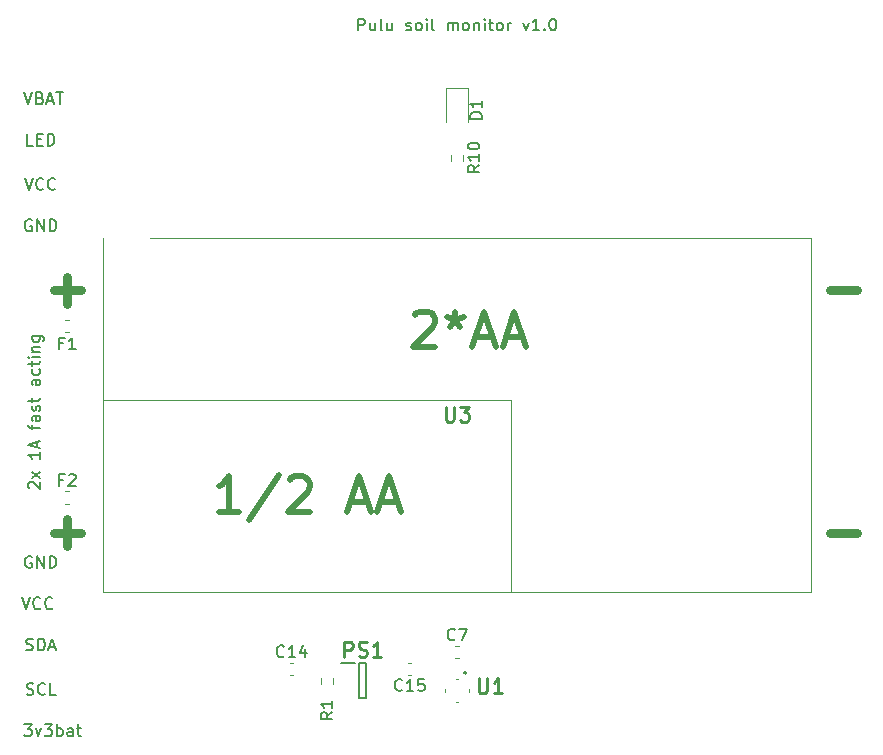
<source format=gbr>
%TF.GenerationSoftware,KiCad,Pcbnew,5.99.0-unknown-36d11f745e~142~ubuntu20.04.1*%
%TF.CreationDate,2021-10-28T09:48:46+02:00*%
%TF.ProjectId,Main_PCB_1,4d61696e-5f50-4434-925f-312e6b696361,rev?*%
%TF.SameCoordinates,Original*%
%TF.FileFunction,Legend,Top*%
%TF.FilePolarity,Positive*%
%FSLAX46Y46*%
G04 Gerber Fmt 4.6, Leading zero omitted, Abs format (unit mm)*
G04 Created by KiCad (PCBNEW 5.99.0-unknown-36d11f745e~142~ubuntu20.04.1) date 2021-10-28 09:48:46*
%MOMM*%
%LPD*%
G01*
G04 APERTURE LIST*
%ADD10C,0.750000*%
%ADD11C,0.150000*%
%ADD12C,0.254000*%
%ADD13C,0.500000*%
%ADD14C,0.120000*%
%ADD15C,0.100000*%
%ADD16C,0.200000*%
G04 APERTURE END LIST*
D10*
X239107142Y-87464285D02*
X241392857Y-87464285D01*
D11*
X171488095Y-110000000D02*
X171392857Y-109952380D01*
X171250000Y-109952380D01*
X171107142Y-110000000D01*
X171011904Y-110095238D01*
X170964285Y-110190476D01*
X170916666Y-110380952D01*
X170916666Y-110523809D01*
X170964285Y-110714285D01*
X171011904Y-110809523D01*
X171107142Y-110904761D01*
X171250000Y-110952380D01*
X171345238Y-110952380D01*
X171488095Y-110904761D01*
X171535714Y-110857142D01*
X171535714Y-110523809D01*
X171345238Y-110523809D01*
X171964285Y-110952380D02*
X171964285Y-109952380D01*
X172535714Y-110952380D01*
X172535714Y-109952380D01*
X173011904Y-110952380D02*
X173011904Y-109952380D01*
X173250000Y-109952380D01*
X173392857Y-110000000D01*
X173488095Y-110095238D01*
X173535714Y-110190476D01*
X173583333Y-110380952D01*
X173583333Y-110523809D01*
X173535714Y-110714285D01*
X173488095Y-110809523D01*
X173392857Y-110904761D01*
X173250000Y-110952380D01*
X173011904Y-110952380D01*
X199142857Y-65452380D02*
X199142857Y-64452380D01*
X199523809Y-64452380D01*
X199619047Y-64500000D01*
X199666666Y-64547619D01*
X199714285Y-64642857D01*
X199714285Y-64785714D01*
X199666666Y-64880952D01*
X199619047Y-64928571D01*
X199523809Y-64976190D01*
X199142857Y-64976190D01*
X200571428Y-64785714D02*
X200571428Y-65452380D01*
X200142857Y-64785714D02*
X200142857Y-65309523D01*
X200190476Y-65404761D01*
X200285714Y-65452380D01*
X200428571Y-65452380D01*
X200523809Y-65404761D01*
X200571428Y-65357142D01*
X201190476Y-65452380D02*
X201095238Y-65404761D01*
X201047619Y-65309523D01*
X201047619Y-64452380D01*
X202000000Y-64785714D02*
X202000000Y-65452380D01*
X201571428Y-64785714D02*
X201571428Y-65309523D01*
X201619047Y-65404761D01*
X201714285Y-65452380D01*
X201857142Y-65452380D01*
X201952380Y-65404761D01*
X202000000Y-65357142D01*
X203190476Y-65404761D02*
X203285714Y-65452380D01*
X203476190Y-65452380D01*
X203571428Y-65404761D01*
X203619047Y-65309523D01*
X203619047Y-65261904D01*
X203571428Y-65166666D01*
X203476190Y-65119047D01*
X203333333Y-65119047D01*
X203238095Y-65071428D01*
X203190476Y-64976190D01*
X203190476Y-64928571D01*
X203238095Y-64833333D01*
X203333333Y-64785714D01*
X203476190Y-64785714D01*
X203571428Y-64833333D01*
X204190476Y-65452380D02*
X204095238Y-65404761D01*
X204047619Y-65357142D01*
X204000000Y-65261904D01*
X204000000Y-64976190D01*
X204047619Y-64880952D01*
X204095238Y-64833333D01*
X204190476Y-64785714D01*
X204333333Y-64785714D01*
X204428571Y-64833333D01*
X204476190Y-64880952D01*
X204523809Y-64976190D01*
X204523809Y-65261904D01*
X204476190Y-65357142D01*
X204428571Y-65404761D01*
X204333333Y-65452380D01*
X204190476Y-65452380D01*
X204952380Y-65452380D02*
X204952380Y-64785714D01*
X204952380Y-64452380D02*
X204904761Y-64500000D01*
X204952380Y-64547619D01*
X205000000Y-64500000D01*
X204952380Y-64452380D01*
X204952380Y-64547619D01*
X205571428Y-65452380D02*
X205476190Y-65404761D01*
X205428571Y-65309523D01*
X205428571Y-64452380D01*
X206714285Y-65452380D02*
X206714285Y-64785714D01*
X206714285Y-64880952D02*
X206761904Y-64833333D01*
X206857142Y-64785714D01*
X207000000Y-64785714D01*
X207095238Y-64833333D01*
X207142857Y-64928571D01*
X207142857Y-65452380D01*
X207142857Y-64928571D02*
X207190476Y-64833333D01*
X207285714Y-64785714D01*
X207428571Y-64785714D01*
X207523809Y-64833333D01*
X207571428Y-64928571D01*
X207571428Y-65452380D01*
X208190476Y-65452380D02*
X208095238Y-65404761D01*
X208047619Y-65357142D01*
X208000000Y-65261904D01*
X208000000Y-64976190D01*
X208047619Y-64880952D01*
X208095238Y-64833333D01*
X208190476Y-64785714D01*
X208333333Y-64785714D01*
X208428571Y-64833333D01*
X208476190Y-64880952D01*
X208523809Y-64976190D01*
X208523809Y-65261904D01*
X208476190Y-65357142D01*
X208428571Y-65404761D01*
X208333333Y-65452380D01*
X208190476Y-65452380D01*
X208952380Y-64785714D02*
X208952380Y-65452380D01*
X208952380Y-64880952D02*
X209000000Y-64833333D01*
X209095238Y-64785714D01*
X209238095Y-64785714D01*
X209333333Y-64833333D01*
X209380952Y-64928571D01*
X209380952Y-65452380D01*
X209857142Y-65452380D02*
X209857142Y-64785714D01*
X209857142Y-64452380D02*
X209809523Y-64500000D01*
X209857142Y-64547619D01*
X209904761Y-64500000D01*
X209857142Y-64452380D01*
X209857142Y-64547619D01*
X210190476Y-64785714D02*
X210571428Y-64785714D01*
X210333333Y-64452380D02*
X210333333Y-65309523D01*
X210380952Y-65404761D01*
X210476190Y-65452380D01*
X210571428Y-65452380D01*
X211047619Y-65452380D02*
X210952380Y-65404761D01*
X210904761Y-65357142D01*
X210857142Y-65261904D01*
X210857142Y-64976190D01*
X210904761Y-64880952D01*
X210952380Y-64833333D01*
X211047619Y-64785714D01*
X211190476Y-64785714D01*
X211285714Y-64833333D01*
X211333333Y-64880952D01*
X211380952Y-64976190D01*
X211380952Y-65261904D01*
X211333333Y-65357142D01*
X211285714Y-65404761D01*
X211190476Y-65452380D01*
X211047619Y-65452380D01*
X211809523Y-65452380D02*
X211809523Y-64785714D01*
X211809523Y-64976190D02*
X211857142Y-64880952D01*
X211904761Y-64833333D01*
X212000000Y-64785714D01*
X212095238Y-64785714D01*
X213095238Y-64785714D02*
X213333333Y-65452380D01*
X213571428Y-64785714D01*
X214476190Y-65452380D02*
X213904761Y-65452380D01*
X214190476Y-65452380D02*
X214190476Y-64452380D01*
X214095238Y-64595238D01*
X214000000Y-64690476D01*
X213904761Y-64738095D01*
X214904761Y-65357142D02*
X214952380Y-65404761D01*
X214904761Y-65452380D01*
X214857142Y-65404761D01*
X214904761Y-65357142D01*
X214904761Y-65452380D01*
X215571428Y-64452380D02*
X215666666Y-64452380D01*
X215761904Y-64500000D01*
X215809523Y-64547619D01*
X215857142Y-64642857D01*
X215904761Y-64833333D01*
X215904761Y-65071428D01*
X215857142Y-65261904D01*
X215809523Y-65357142D01*
X215761904Y-65404761D01*
X215666666Y-65452380D01*
X215571428Y-65452380D01*
X215476190Y-65404761D01*
X215428571Y-65357142D01*
X215380952Y-65261904D01*
X215333333Y-65071428D01*
X215333333Y-64833333D01*
X215380952Y-64642857D01*
X215428571Y-64547619D01*
X215476190Y-64500000D01*
X215571428Y-64452380D01*
X170857142Y-70702380D02*
X171190476Y-71702380D01*
X171523809Y-70702380D01*
X172190476Y-71178571D02*
X172333333Y-71226190D01*
X172380952Y-71273809D01*
X172428571Y-71369047D01*
X172428571Y-71511904D01*
X172380952Y-71607142D01*
X172333333Y-71654761D01*
X172238095Y-71702380D01*
X171857142Y-71702380D01*
X171857142Y-70702380D01*
X172190476Y-70702380D01*
X172285714Y-70750000D01*
X172333333Y-70797619D01*
X172380952Y-70892857D01*
X172380952Y-70988095D01*
X172333333Y-71083333D01*
X172285714Y-71130952D01*
X172190476Y-71178571D01*
X171857142Y-71178571D01*
X172809523Y-71416666D02*
X173285714Y-71416666D01*
X172714285Y-71702380D02*
X173047619Y-70702380D01*
X173380952Y-71702380D01*
X173571428Y-70702380D02*
X174142857Y-70702380D01*
X173857142Y-71702380D02*
X173857142Y-70702380D01*
X170869047Y-124202380D02*
X171488095Y-124202380D01*
X171154761Y-124583333D01*
X171297619Y-124583333D01*
X171392857Y-124630952D01*
X171440476Y-124678571D01*
X171488095Y-124773809D01*
X171488095Y-125011904D01*
X171440476Y-125107142D01*
X171392857Y-125154761D01*
X171297619Y-125202380D01*
X171011904Y-125202380D01*
X170916666Y-125154761D01*
X170869047Y-125107142D01*
X171821428Y-124535714D02*
X172059523Y-125202380D01*
X172297619Y-124535714D01*
X172583333Y-124202380D02*
X173202380Y-124202380D01*
X172869047Y-124583333D01*
X173011904Y-124583333D01*
X173107142Y-124630952D01*
X173154761Y-124678571D01*
X173202380Y-124773809D01*
X173202380Y-125011904D01*
X173154761Y-125107142D01*
X173107142Y-125154761D01*
X173011904Y-125202380D01*
X172726190Y-125202380D01*
X172630952Y-125154761D01*
X172583333Y-125107142D01*
X173630952Y-125202380D02*
X173630952Y-124202380D01*
X173630952Y-124583333D02*
X173726190Y-124535714D01*
X173916666Y-124535714D01*
X174011904Y-124583333D01*
X174059523Y-124630952D01*
X174107142Y-124726190D01*
X174107142Y-125011904D01*
X174059523Y-125107142D01*
X174011904Y-125154761D01*
X173916666Y-125202380D01*
X173726190Y-125202380D01*
X173630952Y-125154761D01*
X174964285Y-125202380D02*
X174964285Y-124678571D01*
X174916666Y-124583333D01*
X174821428Y-124535714D01*
X174630952Y-124535714D01*
X174535714Y-124583333D01*
X174964285Y-125154761D02*
X174869047Y-125202380D01*
X174630952Y-125202380D01*
X174535714Y-125154761D01*
X174488095Y-125059523D01*
X174488095Y-124964285D01*
X174535714Y-124869047D01*
X174630952Y-124821428D01*
X174869047Y-124821428D01*
X174964285Y-124773809D01*
X175297619Y-124535714D02*
X175678571Y-124535714D01*
X175440476Y-124202380D02*
X175440476Y-125059523D01*
X175488095Y-125154761D01*
X175583333Y-125202380D01*
X175678571Y-125202380D01*
D10*
X173357142Y-87464285D02*
X175642857Y-87464285D01*
X174500000Y-88607142D02*
X174500000Y-86321428D01*
X239107142Y-107964285D02*
X241392857Y-107964285D01*
D11*
X171035714Y-117904761D02*
X171178571Y-117952380D01*
X171416666Y-117952380D01*
X171511904Y-117904761D01*
X171559523Y-117857142D01*
X171607142Y-117761904D01*
X171607142Y-117666666D01*
X171559523Y-117571428D01*
X171511904Y-117523809D01*
X171416666Y-117476190D01*
X171226190Y-117428571D01*
X171130952Y-117380952D01*
X171083333Y-117333333D01*
X171035714Y-117238095D01*
X171035714Y-117142857D01*
X171083333Y-117047619D01*
X171130952Y-117000000D01*
X171226190Y-116952380D01*
X171464285Y-116952380D01*
X171607142Y-117000000D01*
X172035714Y-117952380D02*
X172035714Y-116952380D01*
X172273809Y-116952380D01*
X172416666Y-117000000D01*
X172511904Y-117095238D01*
X172559523Y-117190476D01*
X172607142Y-117380952D01*
X172607142Y-117523809D01*
X172559523Y-117714285D01*
X172511904Y-117809523D01*
X172416666Y-117904761D01*
X172273809Y-117952380D01*
X172035714Y-117952380D01*
X172988095Y-117666666D02*
X173464285Y-117666666D01*
X172892857Y-117952380D02*
X173226190Y-116952380D01*
X173559523Y-117952380D01*
X170916666Y-77952380D02*
X171250000Y-78952380D01*
X171583333Y-77952380D01*
X172488095Y-78857142D02*
X172440476Y-78904761D01*
X172297619Y-78952380D01*
X172202380Y-78952380D01*
X172059523Y-78904761D01*
X171964285Y-78809523D01*
X171916666Y-78714285D01*
X171869047Y-78523809D01*
X171869047Y-78380952D01*
X171916666Y-78190476D01*
X171964285Y-78095238D01*
X172059523Y-78000000D01*
X172202380Y-77952380D01*
X172297619Y-77952380D01*
X172440476Y-78000000D01*
X172488095Y-78047619D01*
X173488095Y-78857142D02*
X173440476Y-78904761D01*
X173297619Y-78952380D01*
X173202380Y-78952380D01*
X173059523Y-78904761D01*
X172964285Y-78809523D01*
X172916666Y-78714285D01*
X172869047Y-78523809D01*
X172869047Y-78380952D01*
X172916666Y-78190476D01*
X172964285Y-78095238D01*
X173059523Y-78000000D01*
X173202380Y-77952380D01*
X173297619Y-77952380D01*
X173440476Y-78000000D01*
X173488095Y-78047619D01*
D10*
X173357142Y-107964285D02*
X175642857Y-107964285D01*
X174500000Y-109107142D02*
X174500000Y-106821428D01*
D11*
X171297619Y-104226190D02*
X171250000Y-104178571D01*
X171202380Y-104083333D01*
X171202380Y-103845238D01*
X171250000Y-103750000D01*
X171297619Y-103702380D01*
X171392857Y-103654761D01*
X171488095Y-103654761D01*
X171630952Y-103702380D01*
X172202380Y-104273809D01*
X172202380Y-103654761D01*
X172202380Y-103321428D02*
X171535714Y-102797619D01*
X171535714Y-103321428D02*
X172202380Y-102797619D01*
X172202380Y-101130952D02*
X172202380Y-101702380D01*
X172202380Y-101416666D02*
X171202380Y-101416666D01*
X171345238Y-101511904D01*
X171440476Y-101607142D01*
X171488095Y-101702380D01*
X171916666Y-100750000D02*
X171916666Y-100273809D01*
X172202380Y-100845238D02*
X171202380Y-100511904D01*
X172202380Y-100178571D01*
X171535714Y-99226190D02*
X171535714Y-98845238D01*
X172202380Y-99083333D02*
X171345238Y-99083333D01*
X171250000Y-99035714D01*
X171202380Y-98940476D01*
X171202380Y-98845238D01*
X172202380Y-98083333D02*
X171678571Y-98083333D01*
X171583333Y-98130952D01*
X171535714Y-98226190D01*
X171535714Y-98416666D01*
X171583333Y-98511904D01*
X172154761Y-98083333D02*
X172202380Y-98178571D01*
X172202380Y-98416666D01*
X172154761Y-98511904D01*
X172059523Y-98559523D01*
X171964285Y-98559523D01*
X171869047Y-98511904D01*
X171821428Y-98416666D01*
X171821428Y-98178571D01*
X171773809Y-98083333D01*
X172154761Y-97654761D02*
X172202380Y-97559523D01*
X172202380Y-97369047D01*
X172154761Y-97273809D01*
X172059523Y-97226190D01*
X172011904Y-97226190D01*
X171916666Y-97273809D01*
X171869047Y-97369047D01*
X171869047Y-97511904D01*
X171821428Y-97607142D01*
X171726190Y-97654761D01*
X171678571Y-97654761D01*
X171583333Y-97607142D01*
X171535714Y-97511904D01*
X171535714Y-97369047D01*
X171583333Y-97273809D01*
X171535714Y-96940476D02*
X171535714Y-96559523D01*
X171202380Y-96797619D02*
X172059523Y-96797619D01*
X172154761Y-96750000D01*
X172202380Y-96654761D01*
X172202380Y-96559523D01*
X172202380Y-95035714D02*
X171678571Y-95035714D01*
X171583333Y-95083333D01*
X171535714Y-95178571D01*
X171535714Y-95369047D01*
X171583333Y-95464285D01*
X172154761Y-95035714D02*
X172202380Y-95130952D01*
X172202380Y-95369047D01*
X172154761Y-95464285D01*
X172059523Y-95511904D01*
X171964285Y-95511904D01*
X171869047Y-95464285D01*
X171821428Y-95369047D01*
X171821428Y-95130952D01*
X171773809Y-95035714D01*
X172154761Y-94130952D02*
X172202380Y-94226190D01*
X172202380Y-94416666D01*
X172154761Y-94511904D01*
X172107142Y-94559523D01*
X172011904Y-94607142D01*
X171726190Y-94607142D01*
X171630952Y-94559523D01*
X171583333Y-94511904D01*
X171535714Y-94416666D01*
X171535714Y-94226190D01*
X171583333Y-94130952D01*
X171535714Y-93845238D02*
X171535714Y-93464285D01*
X171202380Y-93702380D02*
X172059523Y-93702380D01*
X172154761Y-93654761D01*
X172202380Y-93559523D01*
X172202380Y-93464285D01*
X172202380Y-93130952D02*
X171535714Y-93130952D01*
X171202380Y-93130952D02*
X171250000Y-93178571D01*
X171297619Y-93130952D01*
X171250000Y-93083333D01*
X171202380Y-93130952D01*
X171297619Y-93130952D01*
X171535714Y-92654761D02*
X172202380Y-92654761D01*
X171630952Y-92654761D02*
X171583333Y-92607142D01*
X171535714Y-92511904D01*
X171535714Y-92369047D01*
X171583333Y-92273809D01*
X171678571Y-92226190D01*
X172202380Y-92226190D01*
X171535714Y-91321428D02*
X172345238Y-91321428D01*
X172440476Y-91369047D01*
X172488095Y-91416666D01*
X172535714Y-91511904D01*
X172535714Y-91654761D01*
X172488095Y-91750000D01*
X172154761Y-91321428D02*
X172202380Y-91416666D01*
X172202380Y-91607142D01*
X172154761Y-91702380D01*
X172107142Y-91750000D01*
X172011904Y-91797619D01*
X171726190Y-91797619D01*
X171630952Y-91750000D01*
X171583333Y-91702380D01*
X171535714Y-91607142D01*
X171535714Y-91416666D01*
X171583333Y-91321428D01*
X171059523Y-121654761D02*
X171202380Y-121702380D01*
X171440476Y-121702380D01*
X171535714Y-121654761D01*
X171583333Y-121607142D01*
X171630952Y-121511904D01*
X171630952Y-121416666D01*
X171583333Y-121321428D01*
X171535714Y-121273809D01*
X171440476Y-121226190D01*
X171250000Y-121178571D01*
X171154761Y-121130952D01*
X171107142Y-121083333D01*
X171059523Y-120988095D01*
X171059523Y-120892857D01*
X171107142Y-120797619D01*
X171154761Y-120750000D01*
X171250000Y-120702380D01*
X171488095Y-120702380D01*
X171630952Y-120750000D01*
X172630952Y-121607142D02*
X172583333Y-121654761D01*
X172440476Y-121702380D01*
X172345238Y-121702380D01*
X172202380Y-121654761D01*
X172107142Y-121559523D01*
X172059523Y-121464285D01*
X172011904Y-121273809D01*
X172011904Y-121130952D01*
X172059523Y-120940476D01*
X172107142Y-120845238D01*
X172202380Y-120750000D01*
X172345238Y-120702380D01*
X172440476Y-120702380D01*
X172583333Y-120750000D01*
X172630952Y-120797619D01*
X173535714Y-121702380D02*
X173059523Y-121702380D01*
X173059523Y-120702380D01*
X170666666Y-113452380D02*
X171000000Y-114452380D01*
X171333333Y-113452380D01*
X172238095Y-114357142D02*
X172190476Y-114404761D01*
X172047619Y-114452380D01*
X171952380Y-114452380D01*
X171809523Y-114404761D01*
X171714285Y-114309523D01*
X171666666Y-114214285D01*
X171619047Y-114023809D01*
X171619047Y-113880952D01*
X171666666Y-113690476D01*
X171714285Y-113595238D01*
X171809523Y-113500000D01*
X171952380Y-113452380D01*
X172047619Y-113452380D01*
X172190476Y-113500000D01*
X172238095Y-113547619D01*
X173238095Y-114357142D02*
X173190476Y-114404761D01*
X173047619Y-114452380D01*
X172952380Y-114452380D01*
X172809523Y-114404761D01*
X172714285Y-114309523D01*
X172666666Y-114214285D01*
X172619047Y-114023809D01*
X172619047Y-113880952D01*
X172666666Y-113690476D01*
X172714285Y-113595238D01*
X172809523Y-113500000D01*
X172952380Y-113452380D01*
X173047619Y-113452380D01*
X173190476Y-113500000D01*
X173238095Y-113547619D01*
X171488095Y-81500000D02*
X171392857Y-81452380D01*
X171250000Y-81452380D01*
X171107142Y-81500000D01*
X171011904Y-81595238D01*
X170964285Y-81690476D01*
X170916666Y-81880952D01*
X170916666Y-82023809D01*
X170964285Y-82214285D01*
X171011904Y-82309523D01*
X171107142Y-82404761D01*
X171250000Y-82452380D01*
X171345238Y-82452380D01*
X171488095Y-82404761D01*
X171535714Y-82357142D01*
X171535714Y-82023809D01*
X171345238Y-82023809D01*
X171964285Y-82452380D02*
X171964285Y-81452380D01*
X172535714Y-82452380D01*
X172535714Y-81452380D01*
X173011904Y-82452380D02*
X173011904Y-81452380D01*
X173250000Y-81452380D01*
X173392857Y-81500000D01*
X173488095Y-81595238D01*
X173535714Y-81690476D01*
X173583333Y-81880952D01*
X173583333Y-82023809D01*
X173535714Y-82214285D01*
X173488095Y-82309523D01*
X173392857Y-82404761D01*
X173250000Y-82452380D01*
X173011904Y-82452380D01*
X171607142Y-75202380D02*
X171130952Y-75202380D01*
X171130952Y-74202380D01*
X171940476Y-74678571D02*
X172273809Y-74678571D01*
X172416666Y-75202380D02*
X171940476Y-75202380D01*
X171940476Y-74202380D01*
X172416666Y-74202380D01*
X172845238Y-75202380D02*
X172845238Y-74202380D01*
X173083333Y-74202380D01*
X173226190Y-74250000D01*
X173321428Y-74345238D01*
X173369047Y-74440476D01*
X173416666Y-74630952D01*
X173416666Y-74773809D01*
X173369047Y-74964285D01*
X173321428Y-75059523D01*
X173226190Y-75154761D01*
X173083333Y-75202380D01*
X172845238Y-75202380D01*
%TO.C,R10*%
X209397380Y-76862857D02*
X208921190Y-77196190D01*
X209397380Y-77434285D02*
X208397380Y-77434285D01*
X208397380Y-77053333D01*
X208445000Y-76958095D01*
X208492619Y-76910476D01*
X208587857Y-76862857D01*
X208730714Y-76862857D01*
X208825952Y-76910476D01*
X208873571Y-76958095D01*
X208921190Y-77053333D01*
X208921190Y-77434285D01*
X209397380Y-75910476D02*
X209397380Y-76481904D01*
X209397380Y-76196190D02*
X208397380Y-76196190D01*
X208540238Y-76291428D01*
X208635476Y-76386666D01*
X208683095Y-76481904D01*
X208397380Y-75291428D02*
X208397380Y-75196190D01*
X208445000Y-75100952D01*
X208492619Y-75053333D01*
X208587857Y-75005714D01*
X208778333Y-74958095D01*
X209016428Y-74958095D01*
X209206904Y-75005714D01*
X209302142Y-75053333D01*
X209349761Y-75100952D01*
X209397380Y-75196190D01*
X209397380Y-75291428D01*
X209349761Y-75386666D01*
X209302142Y-75434285D01*
X209206904Y-75481904D01*
X209016428Y-75529523D01*
X208778333Y-75529523D01*
X208587857Y-75481904D01*
X208492619Y-75434285D01*
X208445000Y-75386666D01*
X208397380Y-75291428D01*
%TO.C,F1*%
X174166666Y-91928571D02*
X173833333Y-91928571D01*
X173833333Y-92452380D02*
X173833333Y-91452380D01*
X174309523Y-91452380D01*
X175214285Y-92452380D02*
X174642857Y-92452380D01*
X174928571Y-92452380D02*
X174928571Y-91452380D01*
X174833333Y-91595238D01*
X174738095Y-91690476D01*
X174642857Y-91738095D01*
%TO.C,C14*%
X192857142Y-118427142D02*
X192809523Y-118474761D01*
X192666666Y-118522380D01*
X192571428Y-118522380D01*
X192428571Y-118474761D01*
X192333333Y-118379523D01*
X192285714Y-118284285D01*
X192238095Y-118093809D01*
X192238095Y-117950952D01*
X192285714Y-117760476D01*
X192333333Y-117665238D01*
X192428571Y-117570000D01*
X192571428Y-117522380D01*
X192666666Y-117522380D01*
X192809523Y-117570000D01*
X192857142Y-117617619D01*
X193809523Y-118522380D02*
X193238095Y-118522380D01*
X193523809Y-118522380D02*
X193523809Y-117522380D01*
X193428571Y-117665238D01*
X193333333Y-117760476D01*
X193238095Y-117808095D01*
X194666666Y-117855714D02*
X194666666Y-118522380D01*
X194428571Y-117474761D02*
X194190476Y-118189047D01*
X194809523Y-118189047D01*
D12*
%TO.C,U1*%
X209332380Y-120304523D02*
X209332380Y-121332619D01*
X209392857Y-121453571D01*
X209453333Y-121514047D01*
X209574285Y-121574523D01*
X209816190Y-121574523D01*
X209937142Y-121514047D01*
X209997619Y-121453571D01*
X210058095Y-121332619D01*
X210058095Y-120304523D01*
X211328095Y-121574523D02*
X210602380Y-121574523D01*
X210965238Y-121574523D02*
X210965238Y-120304523D01*
X210844285Y-120485952D01*
X210723333Y-120606904D01*
X210602380Y-120667380D01*
D11*
%TO.C,*%
%TO.C,C15*%
X202857142Y-121287142D02*
X202809523Y-121334761D01*
X202666666Y-121382380D01*
X202571428Y-121382380D01*
X202428571Y-121334761D01*
X202333333Y-121239523D01*
X202285714Y-121144285D01*
X202238095Y-120953809D01*
X202238095Y-120810952D01*
X202285714Y-120620476D01*
X202333333Y-120525238D01*
X202428571Y-120430000D01*
X202571428Y-120382380D01*
X202666666Y-120382380D01*
X202809523Y-120430000D01*
X202857142Y-120477619D01*
X203809523Y-121382380D02*
X203238095Y-121382380D01*
X203523809Y-121382380D02*
X203523809Y-120382380D01*
X203428571Y-120525238D01*
X203333333Y-120620476D01*
X203238095Y-120668095D01*
X204714285Y-120382380D02*
X204238095Y-120382380D01*
X204190476Y-120858571D01*
X204238095Y-120810952D01*
X204333333Y-120763333D01*
X204571428Y-120763333D01*
X204666666Y-120810952D01*
X204714285Y-120858571D01*
X204761904Y-120953809D01*
X204761904Y-121191904D01*
X204714285Y-121287142D01*
X204666666Y-121334761D01*
X204571428Y-121382380D01*
X204333333Y-121382380D01*
X204238095Y-121334761D01*
X204190476Y-121287142D01*
D12*
%TO.C,U3*%
X206532380Y-97304523D02*
X206532380Y-98332619D01*
X206592857Y-98453571D01*
X206653333Y-98514047D01*
X206774285Y-98574523D01*
X207016190Y-98574523D01*
X207137142Y-98514047D01*
X207197619Y-98453571D01*
X207258095Y-98332619D01*
X207258095Y-97304523D01*
X207741904Y-97304523D02*
X208528095Y-97304523D01*
X208104761Y-97788333D01*
X208286190Y-97788333D01*
X208407142Y-97848809D01*
X208467619Y-97909285D01*
X208528095Y-98030238D01*
X208528095Y-98332619D01*
X208467619Y-98453571D01*
X208407142Y-98514047D01*
X208286190Y-98574523D01*
X207923333Y-98574523D01*
X207802380Y-98514047D01*
X207741904Y-98453571D01*
D13*
X189042857Y-106207142D02*
X187328571Y-106207142D01*
X188185714Y-106207142D02*
X188185714Y-103207142D01*
X187900000Y-103635714D01*
X187614285Y-103921428D01*
X187328571Y-104064285D01*
X192471428Y-103064285D02*
X189900000Y-106921428D01*
X193328571Y-103492857D02*
X193471428Y-103350000D01*
X193757142Y-103207142D01*
X194471428Y-103207142D01*
X194757142Y-103350000D01*
X194900000Y-103492857D01*
X195042857Y-103778571D01*
X195042857Y-104064285D01*
X194900000Y-104492857D01*
X193185714Y-106207142D01*
X195042857Y-106207142D01*
X198471428Y-105350000D02*
X199900000Y-105350000D01*
X198185714Y-106207142D02*
X199185714Y-103207142D01*
X200185714Y-106207142D01*
X201042857Y-105350000D02*
X202471428Y-105350000D01*
X200757142Y-106207142D02*
X201757142Y-103207142D01*
X202757142Y-106207142D01*
X203928571Y-89542857D02*
X204071428Y-89400000D01*
X204357142Y-89257142D01*
X205071428Y-89257142D01*
X205357142Y-89400000D01*
X205500000Y-89542857D01*
X205642857Y-89828571D01*
X205642857Y-90114285D01*
X205500000Y-90542857D01*
X203785714Y-92257142D01*
X205642857Y-92257142D01*
X207357142Y-89257142D02*
X207357142Y-89971428D01*
X206642857Y-89685714D02*
X207357142Y-89971428D01*
X208071428Y-89685714D01*
X206928571Y-90542857D02*
X207357142Y-89971428D01*
X207785714Y-90542857D01*
X209071428Y-91400000D02*
X210500000Y-91400000D01*
X208785714Y-92257142D02*
X209785714Y-89257142D01*
X210785714Y-92257142D01*
X211642857Y-91400000D02*
X213071428Y-91400000D01*
X211357142Y-92257142D02*
X212357142Y-89257142D01*
X213357142Y-92257142D01*
D11*
%TO.C,R1*%
X196952380Y-123166666D02*
X196476190Y-123500000D01*
X196952380Y-123738095D02*
X195952380Y-123738095D01*
X195952380Y-123357142D01*
X196000000Y-123261904D01*
X196047619Y-123214285D01*
X196142857Y-123166666D01*
X196285714Y-123166666D01*
X196380952Y-123214285D01*
X196428571Y-123261904D01*
X196476190Y-123357142D01*
X196476190Y-123738095D01*
X196952380Y-122214285D02*
X196952380Y-122785714D01*
X196952380Y-122500000D02*
X195952380Y-122500000D01*
X196095238Y-122595238D01*
X196190476Y-122690476D01*
X196238095Y-122785714D01*
%TO.C,C7*%
X207333333Y-116995892D02*
X207285714Y-117043511D01*
X207142857Y-117091130D01*
X207047619Y-117091130D01*
X206904761Y-117043511D01*
X206809523Y-116948273D01*
X206761904Y-116853035D01*
X206714285Y-116662559D01*
X206714285Y-116519702D01*
X206761904Y-116329226D01*
X206809523Y-116233988D01*
X206904761Y-116138750D01*
X207047619Y-116091130D01*
X207142857Y-116091130D01*
X207285714Y-116138750D01*
X207333333Y-116186369D01*
X207666666Y-116091130D02*
X208333333Y-116091130D01*
X207904761Y-117091130D01*
D12*
%TO.C,PS1*%
X197957857Y-118474523D02*
X197957857Y-117204523D01*
X198441666Y-117204523D01*
X198562619Y-117265000D01*
X198623095Y-117325476D01*
X198683571Y-117446428D01*
X198683571Y-117627857D01*
X198623095Y-117748809D01*
X198562619Y-117809285D01*
X198441666Y-117869761D01*
X197957857Y-117869761D01*
X199167380Y-118414047D02*
X199348809Y-118474523D01*
X199651190Y-118474523D01*
X199772142Y-118414047D01*
X199832619Y-118353571D01*
X199893095Y-118232619D01*
X199893095Y-118111666D01*
X199832619Y-117990714D01*
X199772142Y-117930238D01*
X199651190Y-117869761D01*
X199409285Y-117809285D01*
X199288333Y-117748809D01*
X199227857Y-117688333D01*
X199167380Y-117567380D01*
X199167380Y-117446428D01*
X199227857Y-117325476D01*
X199288333Y-117265000D01*
X199409285Y-117204523D01*
X199711666Y-117204523D01*
X199893095Y-117265000D01*
X201102619Y-118474523D02*
X200376904Y-118474523D01*
X200739761Y-118474523D02*
X200739761Y-117204523D01*
X200618809Y-117385952D01*
X200497857Y-117506904D01*
X200376904Y-117567380D01*
D11*
%TO.C,F2*%
X174166666Y-103498571D02*
X173833333Y-103498571D01*
X173833333Y-104022380D02*
X173833333Y-103022380D01*
X174309523Y-103022380D01*
X174642857Y-103117619D02*
X174690476Y-103070000D01*
X174785714Y-103022380D01*
X175023809Y-103022380D01*
X175119047Y-103070000D01*
X175166666Y-103117619D01*
X175214285Y-103212857D01*
X175214285Y-103308095D01*
X175166666Y-103450952D01*
X174595238Y-104022380D01*
X175214285Y-104022380D01*
%TO.C,D1*%
X209602380Y-72913095D02*
X208602380Y-72913095D01*
X208602380Y-72675000D01*
X208650000Y-72532142D01*
X208745238Y-72436904D01*
X208840476Y-72389285D01*
X209030952Y-72341666D01*
X209173809Y-72341666D01*
X209364285Y-72389285D01*
X209459523Y-72436904D01*
X209554761Y-72532142D01*
X209602380Y-72675000D01*
X209602380Y-72913095D01*
X209602380Y-71389285D02*
X209602380Y-71960714D01*
X209602380Y-71675000D02*
X208602380Y-71675000D01*
X208745238Y-71770238D01*
X208840476Y-71865476D01*
X208888095Y-71960714D01*
%TO.C,*%
D14*
%TO.C,R10*%
X206992500Y-75965276D02*
X206992500Y-76474724D01*
X208037500Y-75965276D02*
X208037500Y-76474724D01*
%TO.C,F1*%
X174328733Y-91010000D02*
X174671267Y-91010000D01*
X174328733Y-89990000D02*
X174671267Y-89990000D01*
%TO.C,C14*%
X193353733Y-118990000D02*
X193646267Y-118990000D01*
X193353733Y-120010000D02*
X193646267Y-120010000D01*
D15*
%TO.C,U1*%
X208500000Y-121443750D02*
X208500000Y-121243750D01*
D16*
X208100000Y-119843750D02*
X208100000Y-119843750D01*
D15*
X207600000Y-122343750D02*
X207400000Y-122343750D01*
D16*
X208300000Y-119843750D02*
X208300000Y-119843750D01*
D15*
X206500000Y-121443750D02*
X206500000Y-121243750D01*
X207600000Y-120343750D02*
X207400000Y-120343750D01*
D16*
X208300000Y-119843750D02*
G75*
G03*
X208100000Y-119843750I-100000J0D01*
G01*
X208100000Y-119843750D02*
G75*
G03*
X208300000Y-119843750I100000J0D01*
G01*
D14*
%TO.C,C15*%
X203646267Y-118990000D02*
X203353733Y-118990000D01*
X203646267Y-120010000D02*
X203353733Y-120010000D01*
D15*
%TO.C,U3*%
X237465000Y-113000000D02*
X237465000Y-83000000D01*
X237465000Y-83000000D02*
X181500000Y-83000000D01*
X177535000Y-83000000D02*
X177535000Y-112985000D01*
X177535000Y-112985000D02*
X237465000Y-113000000D01*
D14*
X177535000Y-96725000D02*
X212075000Y-96725000D01*
X212075000Y-96725000D02*
X212075000Y-112985000D01*
X212075000Y-112985000D02*
X177535000Y-112985000D01*
X177535000Y-112985000D02*
X177535000Y-96725000D01*
%TO.C,R1*%
X197022500Y-120245276D02*
X197022500Y-120754724D01*
X195977500Y-120245276D02*
X195977500Y-120754724D01*
%TO.C,C7*%
X207353733Y-117558750D02*
X207646267Y-117558750D01*
X207353733Y-118578750D02*
X207646267Y-118578750D01*
D16*
%TO.C,PS1*%
X199800000Y-119050000D02*
X199800000Y-121950000D01*
X199200000Y-119050000D02*
X199800000Y-119050000D01*
X199800000Y-121950000D02*
X199200000Y-121950000D01*
X197650000Y-119000000D02*
X198850000Y-119000000D01*
X199200000Y-121950000D02*
X199200000Y-119050000D01*
D14*
%TO.C,F2*%
X174328733Y-104490000D02*
X174671267Y-104490000D01*
X174328733Y-105510000D02*
X174671267Y-105510000D01*
%TO.C,D1*%
X206540000Y-70315000D02*
X206540000Y-73175000D01*
X208460000Y-70315000D02*
X206540000Y-70315000D01*
X208460000Y-73175000D02*
X208460000Y-70315000D01*
%TD*%
M02*

</source>
